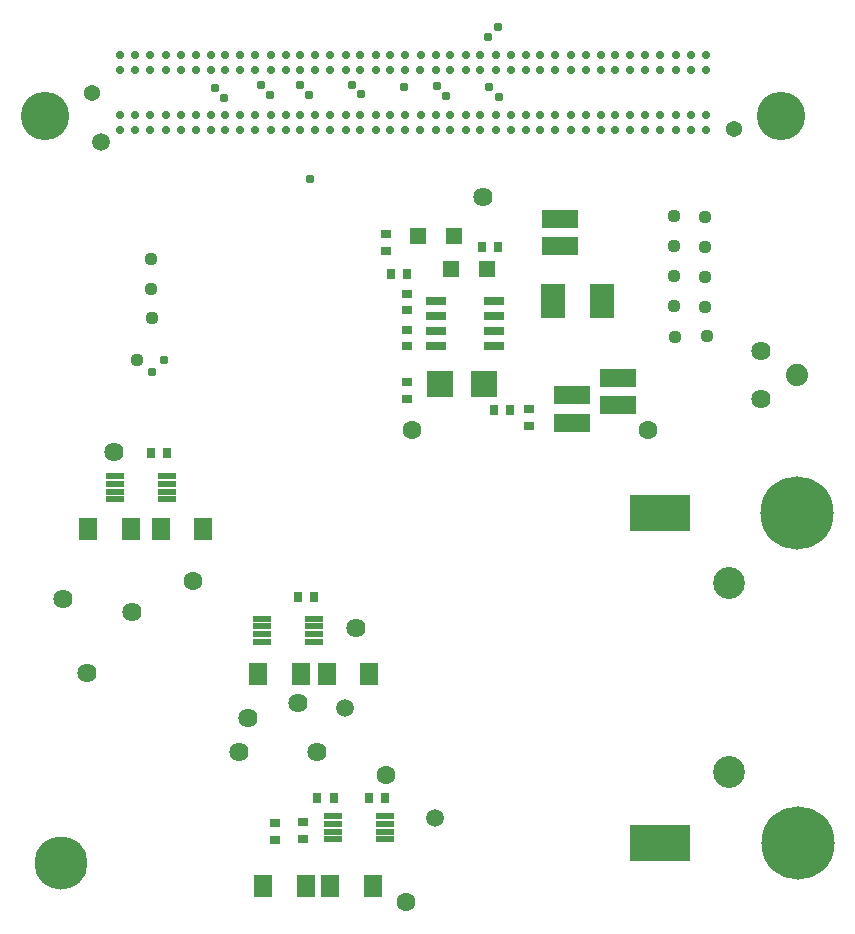
<source format=gbr>
%TF.GenerationSoftware,KiCad,Pcbnew,(5.0.0-rc2-dev-581-g09a6bada0)*%
%TF.CreationDate,2018-07-03T10:36:25-06:00*%
%TF.ProjectId,Sensor_FMC_LPC_Breakout_V02,53656E736F725F464D435F4C50435F42,01*%
%TF.SameCoordinates,Original*%
%TF.FileFunction,Soldermask,Bot*%
%TF.FilePolarity,Negative*%
%FSLAX46Y46*%
G04 Gerber Fmt 4.6, Leading zero omitted, Abs format (unit mm)*
G04 Created by KiCad (PCBNEW (5.0.0-rc2-dev-581-g09a6bada0)) date 07/03/18 10:36:25*
%MOMM*%
%LPD*%
G01*
G04 APERTURE LIST*
%ADD10R,5.101600X3.101600*%
%ADD11C,2.701600*%
%ADD12C,6.197600*%
%ADD13C,1.601600*%
%ADD14R,1.371600X1.371600*%
%ADD15R,2.101600X2.901600*%
%ADD16C,4.101600*%
%ADD17C,0.741600*%
%ADD18C,1.371600*%
%ADD19R,3.151600X1.621600*%
%ADD20R,1.601600X1.901600*%
%ADD21R,0.701600X0.901600*%
%ADD22R,0.901600X0.701600*%
%ADD23R,2.282000X2.311600*%
%ADD24R,1.550000X0.550000*%
%ADD25R,1.701600X0.801600*%
%ADD26C,0.801600*%
%ADD27C,4.501600*%
%ADD28C,1.498600*%
%ADD29C,1.625600*%
%ADD30C,0.787400*%
%ADD31C,1.117600*%
%ADD32C,1.879600*%
G04 APERTURE END LIST*
D10*
X86000000Y-123450000D03*
X86000000Y-95450000D03*
D11*
X91850000Y-117450000D03*
X91850000Y-101450000D03*
D12*
X97600000Y-95500000D03*
D13*
X85000000Y-88450000D03*
X64500000Y-128450000D03*
X65000000Y-88450000D03*
D12*
X97650000Y-123400000D03*
D14*
X71324000Y-74800000D03*
X68276000Y-74800000D03*
X68524000Y-72000000D03*
X65476000Y-72000000D03*
D15*
X76900000Y-77500000D03*
X81100000Y-77500000D03*
D13*
X46446000Y-101274000D03*
X62806000Y-117634000D03*
D16*
X96250000Y-61910000D03*
D17*
X41560000Y-56740000D03*
D18*
X37870000Y-59910000D03*
D17*
X40290000Y-61820000D03*
X41560000Y-61820000D03*
X40290000Y-63080000D03*
X41560000Y-63080000D03*
X47920000Y-61820000D03*
X47920000Y-63080000D03*
X49180000Y-63080000D03*
X49180000Y-61820000D03*
X51720000Y-61820000D03*
X51720000Y-63080000D03*
X50450000Y-63080000D03*
X50450000Y-61820000D03*
X45380000Y-61820000D03*
X45380000Y-63080000D03*
X46650000Y-63080000D03*
X46650000Y-61820000D03*
X44110000Y-61820000D03*
X44110000Y-63080000D03*
X42830000Y-63080000D03*
X42830000Y-61820000D03*
X63150000Y-61820000D03*
X63150000Y-63080000D03*
X64420000Y-63080000D03*
X64420000Y-61820000D03*
X65700000Y-61820000D03*
X65680000Y-63080000D03*
X69510000Y-61820000D03*
X69510000Y-63080000D03*
X70770000Y-63080000D03*
X70770000Y-61820000D03*
X68230000Y-61820000D03*
X68230000Y-63080000D03*
X66970000Y-63080000D03*
X66970000Y-61820000D03*
X58070000Y-61820000D03*
X58070000Y-63080000D03*
X59350000Y-63080000D03*
X59350000Y-61820000D03*
X61890000Y-61820000D03*
X61890000Y-63080000D03*
X60610000Y-63080000D03*
X60610000Y-61820000D03*
X55530000Y-61820000D03*
X55530000Y-63080000D03*
X56800000Y-63080000D03*
X56800000Y-61820000D03*
X54270000Y-61820000D03*
X54270000Y-63080000D03*
X53000000Y-63080000D03*
X53000000Y-61820000D03*
X75850000Y-61820000D03*
X75850000Y-63080000D03*
X77120000Y-63080000D03*
X77120000Y-61820000D03*
X79670000Y-61820000D03*
X79670000Y-63080000D03*
X78400000Y-63080000D03*
X78400000Y-61820000D03*
X74590000Y-63080000D03*
X74590000Y-61820000D03*
X73320000Y-61820000D03*
X73320000Y-63080000D03*
X72050000Y-63080000D03*
X72050000Y-61820000D03*
X83470000Y-61820000D03*
X83470000Y-63080000D03*
X84740000Y-63080000D03*
X84740000Y-61820000D03*
X86010000Y-61820000D03*
X86010000Y-63080000D03*
X89830000Y-61820000D03*
X89830000Y-63080000D03*
X88560000Y-61820000D03*
X88560000Y-63080000D03*
X87290000Y-63080000D03*
X87290000Y-61820000D03*
X82200000Y-61820000D03*
X82200000Y-63080000D03*
X80940000Y-63080000D03*
X80940000Y-61820000D03*
X80940000Y-56740000D03*
X80940000Y-58000000D03*
X82200000Y-58000000D03*
X82200000Y-56740000D03*
X87290000Y-56740000D03*
X87290000Y-58000000D03*
X88560000Y-58000000D03*
X88560000Y-56740000D03*
X89830000Y-58000000D03*
X89830000Y-56740000D03*
X86010000Y-58000000D03*
X86010000Y-56740000D03*
X84740000Y-56740000D03*
X84740000Y-58000000D03*
X83470000Y-58000000D03*
X83470000Y-56740000D03*
X72050000Y-56740000D03*
X72050000Y-58000000D03*
X73320000Y-58000000D03*
X73320000Y-56740000D03*
X74590000Y-56740000D03*
X74590000Y-58000000D03*
X78400000Y-56740000D03*
X78400000Y-58000000D03*
X79670000Y-58000000D03*
X79670000Y-56740000D03*
X77120000Y-56740000D03*
X77120000Y-58000000D03*
X75850000Y-58000000D03*
X75850000Y-56740000D03*
X53000000Y-56740000D03*
X53000000Y-58000000D03*
X54270000Y-58000000D03*
X54270000Y-56740000D03*
X56800000Y-56740000D03*
X56800000Y-58000000D03*
X55530000Y-58000000D03*
X55530000Y-56740000D03*
X60610000Y-56740000D03*
X60610000Y-58000000D03*
X61890000Y-58000000D03*
X61890000Y-56740000D03*
X59350000Y-56740000D03*
X59350000Y-58000000D03*
X58070000Y-58000000D03*
X58070000Y-56740000D03*
X66970000Y-56740000D03*
X66970000Y-58000000D03*
X68230000Y-58000000D03*
X68230000Y-56740000D03*
X70770000Y-56740000D03*
X70770000Y-58000000D03*
X69510000Y-58000000D03*
X69510000Y-56740000D03*
X65680000Y-58000000D03*
X65700000Y-56740000D03*
X64420000Y-56740000D03*
X64420000Y-58000000D03*
X63150000Y-58000000D03*
X63150000Y-56740000D03*
X42830000Y-56740000D03*
X42830000Y-58000000D03*
X44110000Y-58000000D03*
X44110000Y-56740000D03*
X46650000Y-56740000D03*
X46650000Y-58000000D03*
X45380000Y-58000000D03*
X45380000Y-56740000D03*
X50450000Y-56740000D03*
X50450000Y-58000000D03*
X51720000Y-58000000D03*
X51720000Y-56740000D03*
X49180000Y-56740000D03*
X49180000Y-58000000D03*
X47920000Y-58000000D03*
X47920000Y-56740000D03*
X41560000Y-58000000D03*
X40290000Y-58000000D03*
X40290000Y-56740000D03*
D18*
X92250000Y-62960000D03*
D16*
X33870000Y-61910000D03*
D19*
X82390000Y-84020000D03*
X82390000Y-86310000D03*
D20*
X51950000Y-109150000D03*
X55550000Y-109150000D03*
D19*
X78540000Y-85540000D03*
X78540000Y-87830000D03*
D21*
X55300000Y-102560000D03*
X56700000Y-102560000D03*
D22*
X74860000Y-88090000D03*
X74860000Y-86690000D03*
D20*
X61370000Y-109160000D03*
X57770000Y-109160000D03*
D22*
X64590000Y-79960000D03*
X64590000Y-81360000D03*
D20*
X37560000Y-96820000D03*
X41160000Y-96820000D03*
X52370000Y-127100000D03*
X55970000Y-127100000D03*
D21*
X63180000Y-75250000D03*
X64580000Y-75250000D03*
X72300000Y-73000000D03*
X70900000Y-73000000D03*
X42840000Y-90370000D03*
X44240000Y-90370000D03*
X61310000Y-119580000D03*
X62710000Y-119580000D03*
D19*
X77500000Y-72895000D03*
X77500000Y-70605000D03*
D20*
X47320000Y-96860000D03*
X43720000Y-96860000D03*
X61670000Y-127110000D03*
X58070000Y-127110000D03*
D22*
X55710000Y-121670000D03*
X55710000Y-123070000D03*
D23*
X71067200Y-84560000D03*
X67352800Y-84560000D03*
D24*
X52300000Y-106395000D03*
X52300000Y-105745000D03*
X52300000Y-105095000D03*
X52300000Y-104445000D03*
X56700000Y-104445000D03*
X56700000Y-105095000D03*
X56700000Y-105745000D03*
X56700000Y-106395000D03*
X39840000Y-94325000D03*
X39840000Y-93675000D03*
X39840000Y-93025000D03*
X39840000Y-92375000D03*
X44240000Y-92375000D03*
X44240000Y-93025000D03*
X44240000Y-93675000D03*
X44240000Y-94325000D03*
X58320000Y-123115000D03*
X58320000Y-122465000D03*
X58320000Y-121815000D03*
X58320000Y-121165000D03*
X62720000Y-121165000D03*
X62720000Y-121815000D03*
X62720000Y-122465000D03*
X62720000Y-123115000D03*
D21*
X73300000Y-86740000D03*
X71900000Y-86740000D03*
D22*
X53410000Y-123160000D03*
X53410000Y-121760000D03*
D21*
X56940000Y-119630000D03*
X58340000Y-119630000D03*
D22*
X64590000Y-84400000D03*
X64590000Y-85800000D03*
X62800000Y-71900000D03*
X62800000Y-73300000D03*
X64540000Y-76940000D03*
X64540000Y-78340000D03*
D25*
X71935000Y-80085000D03*
X71935000Y-78815000D03*
X71935000Y-81355000D03*
X71935000Y-77545000D03*
X67005000Y-81355000D03*
X67005000Y-80085000D03*
X67005000Y-78815000D03*
X67005000Y-77545000D03*
D26*
X36396726Y-123923274D03*
X35230000Y-123440000D03*
X34063274Y-123923274D03*
X33580000Y-125090000D03*
X34063274Y-126256726D03*
X35230000Y-126740000D03*
X36396726Y-126256726D03*
X36880000Y-125090000D03*
D27*
X35230000Y-125090000D03*
D28*
X59330000Y-111960000D03*
D29*
X51100000Y-112820000D03*
D28*
X38660000Y-64040000D03*
D29*
X39750000Y-90349998D03*
X37500000Y-109000000D03*
X71000000Y-68750000D03*
D28*
X66900000Y-121350000D03*
D29*
X41250000Y-103900000D03*
X60200000Y-105200000D03*
X50343241Y-115763212D03*
X56910000Y-115750000D03*
X35450000Y-102750000D03*
X55317037Y-111549990D03*
X94488000Y-81788000D03*
X94488000Y-85852000D03*
D30*
X43942000Y-82550000D03*
D31*
X42840000Y-76490000D03*
X41656000Y-82549998D03*
D30*
X42925988Y-83566000D03*
D31*
X42926000Y-78994000D03*
X87122000Y-72898000D03*
D30*
X64300000Y-59400000D03*
X56350000Y-67250000D03*
D31*
X42840000Y-73950000D03*
X87122000Y-75437986D03*
X87122000Y-77978000D03*
X87122000Y-70358000D03*
X87230000Y-80550000D03*
X89770000Y-75470000D03*
X89770000Y-72930000D03*
X89916000Y-80518000D03*
X89770000Y-70390000D03*
X89770000Y-78010000D03*
D30*
X49074112Y-60324112D03*
X48265888Y-59515888D03*
X71505888Y-59455888D03*
X67884112Y-60184112D03*
X67075888Y-59375888D03*
X72314112Y-60264112D03*
X71445888Y-55154112D03*
X72254112Y-54345888D03*
X60664112Y-60024112D03*
X59855888Y-59215888D03*
X56284112Y-60094112D03*
X55475888Y-59285888D03*
X52982112Y-60094112D03*
X52173888Y-59285888D03*
D32*
X97536000Y-83820000D03*
M02*

</source>
